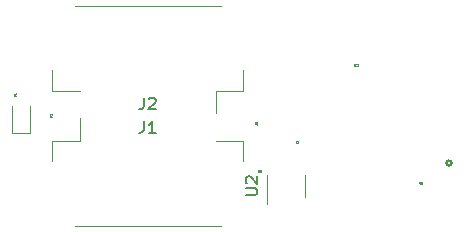
<source format=gbr>
G04 #@! TF.GenerationSoftware,KiCad,Pcbnew,5.0.1-33cea8e~67~ubuntu16.04.1*
G04 #@! TF.CreationDate,2018-10-18T23:36:49-04:00*
G04 #@! TF.ProjectId,motor controller,6D6F746F7220636F6E74726F6C6C6572,rev?*
G04 #@! TF.SameCoordinates,Original*
G04 #@! TF.FileFunction,Legend,Top*
G04 #@! TF.FilePolarity,Positive*
%FSLAX46Y46*%
G04 Gerber Fmt 4.6, Leading zero omitted, Abs format (unit mm)*
G04 Created by KiCad (PCBNEW 5.0.1-33cea8e~67~ubuntu16.04.1) date Thu 18 Oct 2018 11:36:49 PM EDT*
%MOMM*%
%LPD*%
G01*
G04 APERTURE LIST*
%ADD10C,0.254000*%
%ADD11C,0.120000*%
%ADD12C,0.020000*%
%ADD13C,0.150000*%
G04 APERTURE END LIST*
D10*
G04 #@! TO.C,IC2*
X37865000Y-13000000D02*
G75*
G03X37865000Y-13000000I-200000J0D01*
G01*
D11*
G04 #@! TO.C,D1*
X2160000Y-10470000D02*
X2160000Y-8200000D01*
X640000Y-10470000D02*
X2160000Y-10470000D01*
X640000Y-8200000D02*
X640000Y-10470000D01*
G04 #@! TO.C,J1*
X18340000Y310000D02*
X5960000Y310000D01*
X4040000Y-6860000D02*
X6390000Y-6860000D01*
X4040000Y-5160000D02*
X4040000Y-6860000D01*
X17910000Y-6860000D02*
X17910000Y-8800000D01*
X20260000Y-6860000D02*
X17910000Y-6860000D01*
X20260000Y-5160000D02*
X20260000Y-6860000D01*
G04 #@! TO.C,J2*
X4040000Y-12840000D02*
X4040000Y-11140000D01*
X4040000Y-11140000D02*
X6390000Y-11140000D01*
X6390000Y-11140000D02*
X6390000Y-9200000D01*
X20260000Y-12840000D02*
X20260000Y-11140000D01*
X20260000Y-11140000D02*
X17910000Y-11140000D01*
X5960000Y-18310000D02*
X18340000Y-18310000D01*
G04 #@! TO.C,U2*
X25500000Y-15840000D02*
X25500000Y-14040000D01*
X22280000Y-14040000D02*
X22280000Y-16490000D01*
G04 #@! TO.C,IC2*
D12*
X29653571Y-4767857D02*
X29653571Y-4617857D01*
X29810714Y-4753571D02*
X29803571Y-4760714D01*
X29782142Y-4767857D01*
X29767857Y-4767857D01*
X29746428Y-4760714D01*
X29732142Y-4746428D01*
X29725000Y-4732142D01*
X29717857Y-4703571D01*
X29717857Y-4682142D01*
X29725000Y-4653571D01*
X29732142Y-4639285D01*
X29746428Y-4625000D01*
X29767857Y-4617857D01*
X29782142Y-4617857D01*
X29803571Y-4625000D01*
X29810714Y-4632142D01*
X29867857Y-4632142D02*
X29875000Y-4625000D01*
X29889285Y-4617857D01*
X29925000Y-4617857D01*
X29939285Y-4625000D01*
X29946428Y-4632142D01*
X29953571Y-4646428D01*
X29953571Y-4660714D01*
X29946428Y-4682142D01*
X29860714Y-4767857D01*
X29953571Y-4767857D01*
G04 #@! TO.C,J3*
X21257857Y-9700000D02*
X21365000Y-9700000D01*
X21386428Y-9707142D01*
X21400714Y-9721428D01*
X21407857Y-9742857D01*
X21407857Y-9757142D01*
X21257857Y-9642857D02*
X21257857Y-9550000D01*
X21315000Y-9600000D01*
X21315000Y-9578571D01*
X21322142Y-9564285D01*
X21329285Y-9557142D01*
X21343571Y-9550000D01*
X21379285Y-9550000D01*
X21393571Y-9557142D01*
X21400714Y-9564285D01*
X21407857Y-9578571D01*
X21407857Y-9621428D01*
X21400714Y-9635714D01*
X21393571Y-9642857D01*
G04 #@! TO.C,C3*
X24743928Y-11187000D02*
X24736785Y-11179857D01*
X24729642Y-11158428D01*
X24729642Y-11144142D01*
X24736785Y-11122714D01*
X24751071Y-11108428D01*
X24765357Y-11101285D01*
X24793928Y-11094142D01*
X24815357Y-11094142D01*
X24843928Y-11101285D01*
X24858214Y-11108428D01*
X24872500Y-11122714D01*
X24879642Y-11144142D01*
X24879642Y-11158428D01*
X24872500Y-11179857D01*
X24865357Y-11187000D01*
X24879642Y-11237000D02*
X24879642Y-11329857D01*
X24822500Y-11279857D01*
X24822500Y-11301285D01*
X24815357Y-11315571D01*
X24808214Y-11322714D01*
X24793928Y-11329857D01*
X24758214Y-11329857D01*
X24743928Y-11322714D01*
X24736785Y-11315571D01*
X24729642Y-11301285D01*
X24729642Y-11258428D01*
X24736785Y-11244142D01*
X24743928Y-11237000D01*
G04 #@! TO.C,C6*
X35244500Y-14723571D02*
X35237357Y-14730714D01*
X35215928Y-14737857D01*
X35201642Y-14737857D01*
X35180214Y-14730714D01*
X35165928Y-14716428D01*
X35158785Y-14702142D01*
X35151642Y-14673571D01*
X35151642Y-14652142D01*
X35158785Y-14623571D01*
X35165928Y-14609285D01*
X35180214Y-14595000D01*
X35201642Y-14587857D01*
X35215928Y-14587857D01*
X35237357Y-14595000D01*
X35244500Y-14602142D01*
X35373071Y-14587857D02*
X35344500Y-14587857D01*
X35330214Y-14595000D01*
X35323071Y-14602142D01*
X35308785Y-14623571D01*
X35301642Y-14652142D01*
X35301642Y-14709285D01*
X35308785Y-14723571D01*
X35315928Y-14730714D01*
X35330214Y-14737857D01*
X35358785Y-14737857D01*
X35373071Y-14730714D01*
X35380214Y-14723571D01*
X35387357Y-14709285D01*
X35387357Y-14673571D01*
X35380214Y-14659285D01*
X35373071Y-14652142D01*
X35358785Y-14645000D01*
X35330214Y-14645000D01*
X35315928Y-14652142D01*
X35308785Y-14659285D01*
X35301642Y-14673571D01*
G04 #@! TO.C,C8*
X21575000Y-13753571D02*
X21567857Y-13760714D01*
X21546428Y-13767857D01*
X21532142Y-13767857D01*
X21510714Y-13760714D01*
X21496428Y-13746428D01*
X21489285Y-13732142D01*
X21482142Y-13703571D01*
X21482142Y-13682142D01*
X21489285Y-13653571D01*
X21496428Y-13639285D01*
X21510714Y-13625000D01*
X21532142Y-13617857D01*
X21546428Y-13617857D01*
X21567857Y-13625000D01*
X21575000Y-13632142D01*
X21660714Y-13682142D02*
X21646428Y-13675000D01*
X21639285Y-13667857D01*
X21632142Y-13653571D01*
X21632142Y-13646428D01*
X21639285Y-13632142D01*
X21646428Y-13625000D01*
X21660714Y-13617857D01*
X21689285Y-13617857D01*
X21703571Y-13625000D01*
X21710714Y-13632142D01*
X21717857Y-13646428D01*
X21717857Y-13653571D01*
X21710714Y-13667857D01*
X21703571Y-13675000D01*
X21689285Y-13682142D01*
X21660714Y-13682142D01*
X21646428Y-13689285D01*
X21639285Y-13696428D01*
X21632142Y-13710714D01*
X21632142Y-13739285D01*
X21639285Y-13753571D01*
X21646428Y-13760714D01*
X21660714Y-13767857D01*
X21689285Y-13767857D01*
X21703571Y-13760714D01*
X21710714Y-13753571D01*
X21717857Y-13739285D01*
X21717857Y-13710714D01*
X21710714Y-13696428D01*
X21703571Y-13689285D01*
X21689285Y-13682142D01*
G04 #@! TO.C,D1*
X957857Y-7320714D02*
X807857Y-7320714D01*
X807857Y-7285000D01*
X815000Y-7263571D01*
X829285Y-7249285D01*
X843571Y-7242142D01*
X872142Y-7235000D01*
X893571Y-7235000D01*
X922142Y-7242142D01*
X936428Y-7249285D01*
X950714Y-7263571D01*
X957857Y-7285000D01*
X957857Y-7320714D01*
X957857Y-7092142D02*
X957857Y-7177857D01*
X957857Y-7135000D02*
X807857Y-7135000D01*
X829285Y-7149285D01*
X843571Y-7163571D01*
X850714Y-7177857D01*
G04 #@! TO.C,R2*
X4037857Y-9025000D02*
X3966428Y-9075000D01*
X4037857Y-9110714D02*
X3887857Y-9110714D01*
X3887857Y-9053571D01*
X3895000Y-9039285D01*
X3902142Y-9032142D01*
X3916428Y-9025000D01*
X3937857Y-9025000D01*
X3952142Y-9032142D01*
X3959285Y-9039285D01*
X3966428Y-9053571D01*
X3966428Y-9110714D01*
X3902142Y-8967857D02*
X3895000Y-8960714D01*
X3887857Y-8946428D01*
X3887857Y-8910714D01*
X3895000Y-8896428D01*
X3902142Y-8889285D01*
X3916428Y-8882142D01*
X3930714Y-8882142D01*
X3952142Y-8889285D01*
X4037857Y-8975000D01*
X4037857Y-8882142D01*
G04 #@! TO.C,J1*
D13*
X11816666Y-9452380D02*
X11816666Y-10166666D01*
X11769047Y-10309523D01*
X11673809Y-10404761D01*
X11530952Y-10452380D01*
X11435714Y-10452380D01*
X12816666Y-10452380D02*
X12245238Y-10452380D01*
X12530952Y-10452380D02*
X12530952Y-9452380D01*
X12435714Y-9595238D01*
X12340476Y-9690476D01*
X12245238Y-9738095D01*
G04 #@! TO.C,J2*
X11816666Y-7452380D02*
X11816666Y-8166666D01*
X11769047Y-8309523D01*
X11673809Y-8404761D01*
X11530952Y-8452380D01*
X11435714Y-8452380D01*
X12245238Y-7547619D02*
X12292857Y-7500000D01*
X12388095Y-7452380D01*
X12626190Y-7452380D01*
X12721428Y-7500000D01*
X12769047Y-7547619D01*
X12816666Y-7642857D01*
X12816666Y-7738095D01*
X12769047Y-7880952D01*
X12197619Y-8452380D01*
X12816666Y-8452380D01*
G04 #@! TO.C,U2*
X20442380Y-15701904D02*
X21251904Y-15701904D01*
X21347142Y-15654285D01*
X21394761Y-15606666D01*
X21442380Y-15511428D01*
X21442380Y-15320952D01*
X21394761Y-15225714D01*
X21347142Y-15178095D01*
X21251904Y-15130476D01*
X20442380Y-15130476D01*
X20537619Y-14701904D02*
X20490000Y-14654285D01*
X20442380Y-14559047D01*
X20442380Y-14320952D01*
X20490000Y-14225714D01*
X20537619Y-14178095D01*
X20632857Y-14130476D01*
X20728095Y-14130476D01*
X20870952Y-14178095D01*
X21442380Y-14749523D01*
X21442380Y-14130476D01*
G04 #@! TD*
M02*

</source>
